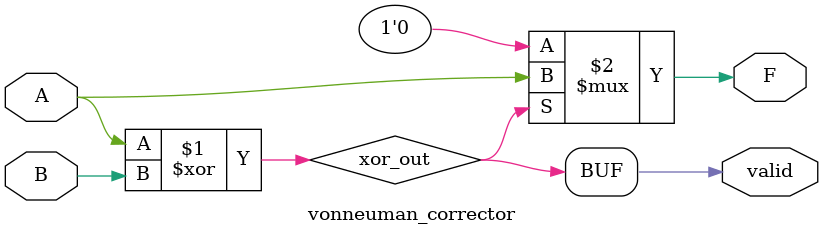
<source format=v>
module vonneuman_corrector(
    input A,        // First bit
    input B,        // Second bit
    output F,       // Corrected output
    output valid    // High when output is valid
);

    wire xor_out;
    assign xor_out = A ^ B;  // Check if A != B

    assign valid = xor_out;  // Output valid when A != B
    
    assign F = xor_out ? A : 1'b0;

endmodule

</source>
